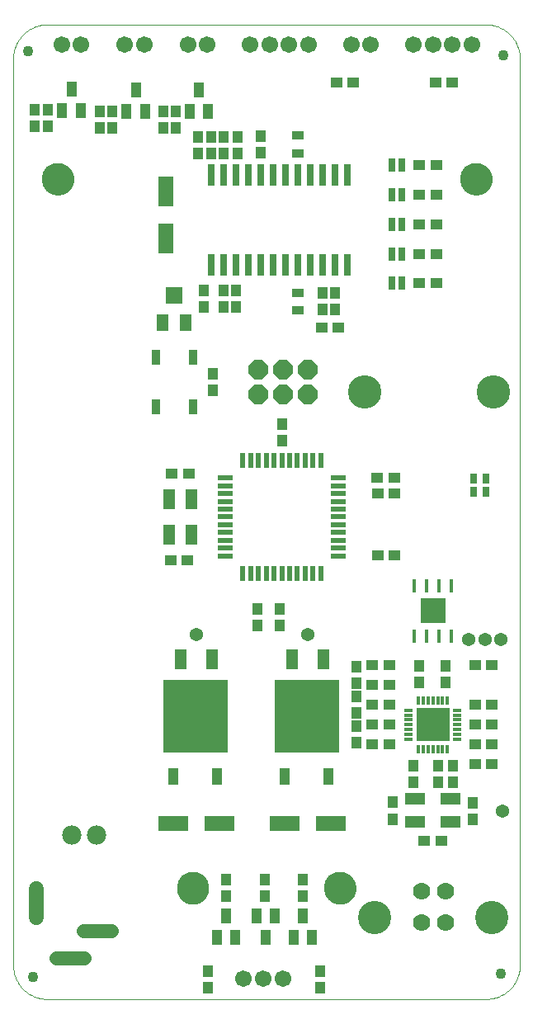
<source format=gts>
G75*
%MOIN*%
%OFA0B0*%
%FSLAX25Y25*%
%IPPOS*%
%LPD*%
%AMOC8*
5,1,8,0,0,1.08239X$1,22.5*
%
%ADD10C,0.00394*%
%ADD11C,0.00000*%
%ADD12C,0.12998*%
%ADD13R,0.04731X0.04337*%
%ADD14R,0.04337X0.04731*%
%ADD15R,0.05124X0.08274*%
%ADD16R,0.12211X0.05912*%
%ADD17C,0.07000*%
%ADD18C,0.13400*%
%ADD19C,0.06699*%
%ADD20R,0.01581X0.05321*%
%ADD21R,0.10243X0.10243*%
%ADD22R,0.03156X0.03943*%
%ADD23R,0.03400X0.06400*%
%ADD24C,0.05400*%
%ADD25C,0.05912*%
%ADD26C,0.05550*%
%ADD27R,0.03200X0.01600*%
%ADD28R,0.01600X0.03200*%
%ADD29R,0.13600X0.13600*%
%ADD30R,0.04100X0.07100*%
%ADD31R,0.26400X0.29200*%
%ADD32R,0.07880X0.04731*%
%ADD33R,0.04731X0.07880*%
%ADD34R,0.02762X0.09061*%
%ADD35R,0.05124X0.03550*%
%ADD36R,0.04700X0.06700*%
%ADD37R,0.06700X0.06700*%
%ADD38R,0.02900X0.05400*%
%ADD39R,0.04337X0.05912*%
%ADD40R,0.05912X0.12211*%
%ADD41OC8,0.07800*%
%ADD42C,0.13500*%
%ADD43R,0.02369X0.06306*%
%ADD44R,0.06306X0.02369*%
%ADD45C,0.07800*%
%ADD46C,0.04337*%
D10*
X0008956Y0012414D02*
X0008781Y0012826D01*
X0008606Y0013238D01*
X0008450Y0013660D01*
X0008181Y0014521D01*
X0008067Y0014961D01*
X0007975Y0015408D01*
X0007882Y0015856D01*
X0007812Y0016311D01*
X0007765Y0016773D01*
X0007718Y0017234D01*
X0007693Y0017703D01*
X0007693Y0384792D01*
X0007718Y0385260D01*
X0007812Y0386183D01*
X0007882Y0386639D01*
X0007975Y0387086D01*
X0008067Y0387533D01*
X0008181Y0387973D01*
X0008316Y0388404D01*
X0008450Y0388835D01*
X0008606Y0389257D01*
X0008781Y0389668D01*
X0008956Y0390080D01*
X0009150Y0390482D01*
X0009363Y0390872D01*
X0009576Y0391263D01*
X0009807Y0391642D01*
X0010055Y0392008D01*
X0010303Y0392375D01*
X0010569Y0392729D01*
X0010850Y0393070D01*
X0011131Y0393411D01*
X0011429Y0393738D01*
X0011741Y0394050D01*
X0012053Y0394362D01*
X0012380Y0394659D01*
X0012721Y0394941D01*
X0013061Y0395222D01*
X0013416Y0395488D01*
X0013782Y0395736D01*
X0014149Y0395984D01*
X0014528Y0396215D01*
X0014919Y0396428D01*
X0015309Y0396641D01*
X0015711Y0396835D01*
X0016122Y0397010D01*
X0016534Y0397185D01*
X0016956Y0397341D01*
X0017387Y0397475D01*
X0017818Y0397610D01*
X0018257Y0397724D01*
X0019152Y0397908D01*
X0019607Y0397979D01*
X0020069Y0398026D01*
X0020531Y0398073D01*
X0020999Y0398098D01*
X0199112Y0398098D01*
X0199580Y0398073D01*
X0200042Y0398026D01*
X0200504Y0397979D01*
X0200959Y0397908D01*
X0201854Y0397724D01*
X0202293Y0397610D01*
X0202724Y0397475D01*
X0203155Y0397341D01*
X0203577Y0397185D01*
X0203989Y0397010D01*
X0204400Y0396835D01*
X0204802Y0396641D01*
X0205192Y0396428D01*
X0205583Y0396215D01*
X0205962Y0395984D01*
X0206695Y0395488D01*
X0207050Y0395222D01*
X0207731Y0394659D01*
X0208058Y0394362D01*
X0208682Y0393738D01*
X0208980Y0393411D01*
X0209261Y0393070D01*
X0209542Y0392729D01*
X0209808Y0392375D01*
X0210056Y0392008D01*
X0210304Y0391642D01*
X0210535Y0391263D01*
X0210748Y0390872D01*
X0210961Y0390482D01*
X0211155Y0390080D01*
X0211330Y0389668D01*
X0211505Y0389257D01*
X0211661Y0388835D01*
X0211796Y0388404D01*
X0211930Y0387973D01*
X0212044Y0387533D01*
X0212136Y0387086D01*
X0212229Y0386639D01*
X0212299Y0386183D01*
X0212393Y0385260D01*
X0212418Y0384792D01*
X0212418Y0017676D01*
X0212418Y0017703D02*
X0212393Y0017234D01*
X0212346Y0016773D01*
X0212299Y0016311D01*
X0212229Y0015856D01*
X0212136Y0015408D01*
X0212044Y0014961D01*
X0211930Y0014521D01*
X0211796Y0014090D01*
X0211661Y0013660D01*
X0211505Y0013238D01*
X0211330Y0012826D01*
X0211155Y0012414D01*
X0210961Y0012013D01*
X0210748Y0011622D01*
X0210535Y0011232D01*
X0210304Y0010853D01*
X0210056Y0010486D01*
X0209808Y0010119D01*
X0209542Y0009765D01*
X0209261Y0009424D01*
X0208980Y0009084D01*
X0208682Y0008757D01*
X0208058Y0008132D01*
X0207731Y0007835D01*
X0207390Y0007554D01*
X0207050Y0007272D01*
X0206695Y0007007D01*
X0206329Y0006758D01*
X0205962Y0006510D01*
X0205583Y0006279D01*
X0205192Y0006066D01*
X0204802Y0005853D01*
X0204400Y0005659D01*
X0203989Y0005484D01*
X0203577Y0005309D01*
X0203155Y0005154D01*
X0202724Y0005019D01*
X0202293Y0004884D01*
X0201854Y0004770D01*
X0200959Y0004586D01*
X0200504Y0004516D01*
X0200042Y0004468D01*
X0199580Y0004421D01*
X0199112Y0004397D01*
X0020999Y0004397D01*
X0020531Y0004421D01*
X0020069Y0004468D01*
X0019607Y0004516D01*
X0019152Y0004586D01*
X0018257Y0004770D01*
X0017818Y0004884D01*
X0017387Y0005019D01*
X0016956Y0005154D01*
X0016534Y0005309D01*
X0016122Y0005484D01*
X0015711Y0005659D01*
X0015309Y0005853D01*
X0014919Y0006066D01*
X0014528Y0006279D01*
X0014149Y0006510D01*
X0013782Y0006758D01*
X0013416Y0007007D01*
X0013061Y0007272D01*
X0012721Y0007554D01*
X0012380Y0007835D01*
X0012053Y0008132D01*
X0011741Y0008445D01*
X0011429Y0008757D01*
X0011131Y0009084D01*
X0010850Y0009424D01*
X0010569Y0009765D01*
X0010303Y0010119D01*
X0010055Y0010486D01*
X0009807Y0010853D01*
X0009576Y0011232D01*
X0009363Y0011622D01*
X0009150Y0012013D01*
X0008956Y0012414D01*
D11*
X0073901Y0049200D02*
X0073903Y0049358D01*
X0073909Y0049516D01*
X0073919Y0049674D01*
X0073933Y0049832D01*
X0073951Y0049989D01*
X0073972Y0050146D01*
X0073998Y0050302D01*
X0074028Y0050458D01*
X0074061Y0050613D01*
X0074099Y0050766D01*
X0074140Y0050919D01*
X0074185Y0051071D01*
X0074234Y0051222D01*
X0074287Y0051371D01*
X0074343Y0051519D01*
X0074403Y0051665D01*
X0074467Y0051810D01*
X0074535Y0051953D01*
X0074606Y0052095D01*
X0074680Y0052235D01*
X0074758Y0052372D01*
X0074840Y0052508D01*
X0074924Y0052642D01*
X0075013Y0052773D01*
X0075104Y0052902D01*
X0075199Y0053029D01*
X0075296Y0053154D01*
X0075397Y0053276D01*
X0075501Y0053395D01*
X0075608Y0053512D01*
X0075718Y0053626D01*
X0075831Y0053737D01*
X0075946Y0053846D01*
X0076064Y0053951D01*
X0076185Y0054053D01*
X0076308Y0054153D01*
X0076434Y0054249D01*
X0076562Y0054342D01*
X0076692Y0054432D01*
X0076825Y0054518D01*
X0076960Y0054602D01*
X0077096Y0054681D01*
X0077235Y0054758D01*
X0077376Y0054830D01*
X0077518Y0054900D01*
X0077662Y0054965D01*
X0077808Y0055027D01*
X0077955Y0055085D01*
X0078104Y0055140D01*
X0078254Y0055191D01*
X0078405Y0055238D01*
X0078557Y0055281D01*
X0078710Y0055320D01*
X0078865Y0055356D01*
X0079020Y0055387D01*
X0079176Y0055415D01*
X0079332Y0055439D01*
X0079489Y0055459D01*
X0079647Y0055475D01*
X0079804Y0055487D01*
X0079963Y0055495D01*
X0080121Y0055499D01*
X0080279Y0055499D01*
X0080437Y0055495D01*
X0080596Y0055487D01*
X0080753Y0055475D01*
X0080911Y0055459D01*
X0081068Y0055439D01*
X0081224Y0055415D01*
X0081380Y0055387D01*
X0081535Y0055356D01*
X0081690Y0055320D01*
X0081843Y0055281D01*
X0081995Y0055238D01*
X0082146Y0055191D01*
X0082296Y0055140D01*
X0082445Y0055085D01*
X0082592Y0055027D01*
X0082738Y0054965D01*
X0082882Y0054900D01*
X0083024Y0054830D01*
X0083165Y0054758D01*
X0083304Y0054681D01*
X0083440Y0054602D01*
X0083575Y0054518D01*
X0083708Y0054432D01*
X0083838Y0054342D01*
X0083966Y0054249D01*
X0084092Y0054153D01*
X0084215Y0054053D01*
X0084336Y0053951D01*
X0084454Y0053846D01*
X0084569Y0053737D01*
X0084682Y0053626D01*
X0084792Y0053512D01*
X0084899Y0053395D01*
X0085003Y0053276D01*
X0085104Y0053154D01*
X0085201Y0053029D01*
X0085296Y0052902D01*
X0085387Y0052773D01*
X0085476Y0052642D01*
X0085560Y0052508D01*
X0085642Y0052372D01*
X0085720Y0052235D01*
X0085794Y0052095D01*
X0085865Y0051953D01*
X0085933Y0051810D01*
X0085997Y0051665D01*
X0086057Y0051519D01*
X0086113Y0051371D01*
X0086166Y0051222D01*
X0086215Y0051071D01*
X0086260Y0050919D01*
X0086301Y0050766D01*
X0086339Y0050613D01*
X0086372Y0050458D01*
X0086402Y0050302D01*
X0086428Y0050146D01*
X0086449Y0049989D01*
X0086467Y0049832D01*
X0086481Y0049674D01*
X0086491Y0049516D01*
X0086497Y0049358D01*
X0086499Y0049200D01*
X0086497Y0049042D01*
X0086491Y0048884D01*
X0086481Y0048726D01*
X0086467Y0048568D01*
X0086449Y0048411D01*
X0086428Y0048254D01*
X0086402Y0048098D01*
X0086372Y0047942D01*
X0086339Y0047787D01*
X0086301Y0047634D01*
X0086260Y0047481D01*
X0086215Y0047329D01*
X0086166Y0047178D01*
X0086113Y0047029D01*
X0086057Y0046881D01*
X0085997Y0046735D01*
X0085933Y0046590D01*
X0085865Y0046447D01*
X0085794Y0046305D01*
X0085720Y0046165D01*
X0085642Y0046028D01*
X0085560Y0045892D01*
X0085476Y0045758D01*
X0085387Y0045627D01*
X0085296Y0045498D01*
X0085201Y0045371D01*
X0085104Y0045246D01*
X0085003Y0045124D01*
X0084899Y0045005D01*
X0084792Y0044888D01*
X0084682Y0044774D01*
X0084569Y0044663D01*
X0084454Y0044554D01*
X0084336Y0044449D01*
X0084215Y0044347D01*
X0084092Y0044247D01*
X0083966Y0044151D01*
X0083838Y0044058D01*
X0083708Y0043968D01*
X0083575Y0043882D01*
X0083440Y0043798D01*
X0083304Y0043719D01*
X0083165Y0043642D01*
X0083024Y0043570D01*
X0082882Y0043500D01*
X0082738Y0043435D01*
X0082592Y0043373D01*
X0082445Y0043315D01*
X0082296Y0043260D01*
X0082146Y0043209D01*
X0081995Y0043162D01*
X0081843Y0043119D01*
X0081690Y0043080D01*
X0081535Y0043044D01*
X0081380Y0043013D01*
X0081224Y0042985D01*
X0081068Y0042961D01*
X0080911Y0042941D01*
X0080753Y0042925D01*
X0080596Y0042913D01*
X0080437Y0042905D01*
X0080279Y0042901D01*
X0080121Y0042901D01*
X0079963Y0042905D01*
X0079804Y0042913D01*
X0079647Y0042925D01*
X0079489Y0042941D01*
X0079332Y0042961D01*
X0079176Y0042985D01*
X0079020Y0043013D01*
X0078865Y0043044D01*
X0078710Y0043080D01*
X0078557Y0043119D01*
X0078405Y0043162D01*
X0078254Y0043209D01*
X0078104Y0043260D01*
X0077955Y0043315D01*
X0077808Y0043373D01*
X0077662Y0043435D01*
X0077518Y0043500D01*
X0077376Y0043570D01*
X0077235Y0043642D01*
X0077096Y0043719D01*
X0076960Y0043798D01*
X0076825Y0043882D01*
X0076692Y0043968D01*
X0076562Y0044058D01*
X0076434Y0044151D01*
X0076308Y0044247D01*
X0076185Y0044347D01*
X0076064Y0044449D01*
X0075946Y0044554D01*
X0075831Y0044663D01*
X0075718Y0044774D01*
X0075608Y0044888D01*
X0075501Y0045005D01*
X0075397Y0045124D01*
X0075296Y0045246D01*
X0075199Y0045371D01*
X0075104Y0045498D01*
X0075013Y0045627D01*
X0074924Y0045758D01*
X0074840Y0045892D01*
X0074758Y0046028D01*
X0074680Y0046165D01*
X0074606Y0046305D01*
X0074535Y0046447D01*
X0074467Y0046590D01*
X0074403Y0046735D01*
X0074343Y0046881D01*
X0074287Y0047029D01*
X0074234Y0047178D01*
X0074185Y0047329D01*
X0074140Y0047481D01*
X0074099Y0047634D01*
X0074061Y0047787D01*
X0074028Y0047942D01*
X0073998Y0048098D01*
X0073972Y0048254D01*
X0073951Y0048411D01*
X0073933Y0048568D01*
X0073919Y0048726D01*
X0073909Y0048884D01*
X0073903Y0049042D01*
X0073901Y0049200D01*
X0133401Y0049200D02*
X0133403Y0049358D01*
X0133409Y0049516D01*
X0133419Y0049674D01*
X0133433Y0049832D01*
X0133451Y0049989D01*
X0133472Y0050146D01*
X0133498Y0050302D01*
X0133528Y0050458D01*
X0133561Y0050613D01*
X0133599Y0050766D01*
X0133640Y0050919D01*
X0133685Y0051071D01*
X0133734Y0051222D01*
X0133787Y0051371D01*
X0133843Y0051519D01*
X0133903Y0051665D01*
X0133967Y0051810D01*
X0134035Y0051953D01*
X0134106Y0052095D01*
X0134180Y0052235D01*
X0134258Y0052372D01*
X0134340Y0052508D01*
X0134424Y0052642D01*
X0134513Y0052773D01*
X0134604Y0052902D01*
X0134699Y0053029D01*
X0134796Y0053154D01*
X0134897Y0053276D01*
X0135001Y0053395D01*
X0135108Y0053512D01*
X0135218Y0053626D01*
X0135331Y0053737D01*
X0135446Y0053846D01*
X0135564Y0053951D01*
X0135685Y0054053D01*
X0135808Y0054153D01*
X0135934Y0054249D01*
X0136062Y0054342D01*
X0136192Y0054432D01*
X0136325Y0054518D01*
X0136460Y0054602D01*
X0136596Y0054681D01*
X0136735Y0054758D01*
X0136876Y0054830D01*
X0137018Y0054900D01*
X0137162Y0054965D01*
X0137308Y0055027D01*
X0137455Y0055085D01*
X0137604Y0055140D01*
X0137754Y0055191D01*
X0137905Y0055238D01*
X0138057Y0055281D01*
X0138210Y0055320D01*
X0138365Y0055356D01*
X0138520Y0055387D01*
X0138676Y0055415D01*
X0138832Y0055439D01*
X0138989Y0055459D01*
X0139147Y0055475D01*
X0139304Y0055487D01*
X0139463Y0055495D01*
X0139621Y0055499D01*
X0139779Y0055499D01*
X0139937Y0055495D01*
X0140096Y0055487D01*
X0140253Y0055475D01*
X0140411Y0055459D01*
X0140568Y0055439D01*
X0140724Y0055415D01*
X0140880Y0055387D01*
X0141035Y0055356D01*
X0141190Y0055320D01*
X0141343Y0055281D01*
X0141495Y0055238D01*
X0141646Y0055191D01*
X0141796Y0055140D01*
X0141945Y0055085D01*
X0142092Y0055027D01*
X0142238Y0054965D01*
X0142382Y0054900D01*
X0142524Y0054830D01*
X0142665Y0054758D01*
X0142804Y0054681D01*
X0142940Y0054602D01*
X0143075Y0054518D01*
X0143208Y0054432D01*
X0143338Y0054342D01*
X0143466Y0054249D01*
X0143592Y0054153D01*
X0143715Y0054053D01*
X0143836Y0053951D01*
X0143954Y0053846D01*
X0144069Y0053737D01*
X0144182Y0053626D01*
X0144292Y0053512D01*
X0144399Y0053395D01*
X0144503Y0053276D01*
X0144604Y0053154D01*
X0144701Y0053029D01*
X0144796Y0052902D01*
X0144887Y0052773D01*
X0144976Y0052642D01*
X0145060Y0052508D01*
X0145142Y0052372D01*
X0145220Y0052235D01*
X0145294Y0052095D01*
X0145365Y0051953D01*
X0145433Y0051810D01*
X0145497Y0051665D01*
X0145557Y0051519D01*
X0145613Y0051371D01*
X0145666Y0051222D01*
X0145715Y0051071D01*
X0145760Y0050919D01*
X0145801Y0050766D01*
X0145839Y0050613D01*
X0145872Y0050458D01*
X0145902Y0050302D01*
X0145928Y0050146D01*
X0145949Y0049989D01*
X0145967Y0049832D01*
X0145981Y0049674D01*
X0145991Y0049516D01*
X0145997Y0049358D01*
X0145999Y0049200D01*
X0145997Y0049042D01*
X0145991Y0048884D01*
X0145981Y0048726D01*
X0145967Y0048568D01*
X0145949Y0048411D01*
X0145928Y0048254D01*
X0145902Y0048098D01*
X0145872Y0047942D01*
X0145839Y0047787D01*
X0145801Y0047634D01*
X0145760Y0047481D01*
X0145715Y0047329D01*
X0145666Y0047178D01*
X0145613Y0047029D01*
X0145557Y0046881D01*
X0145497Y0046735D01*
X0145433Y0046590D01*
X0145365Y0046447D01*
X0145294Y0046305D01*
X0145220Y0046165D01*
X0145142Y0046028D01*
X0145060Y0045892D01*
X0144976Y0045758D01*
X0144887Y0045627D01*
X0144796Y0045498D01*
X0144701Y0045371D01*
X0144604Y0045246D01*
X0144503Y0045124D01*
X0144399Y0045005D01*
X0144292Y0044888D01*
X0144182Y0044774D01*
X0144069Y0044663D01*
X0143954Y0044554D01*
X0143836Y0044449D01*
X0143715Y0044347D01*
X0143592Y0044247D01*
X0143466Y0044151D01*
X0143338Y0044058D01*
X0143208Y0043968D01*
X0143075Y0043882D01*
X0142940Y0043798D01*
X0142804Y0043719D01*
X0142665Y0043642D01*
X0142524Y0043570D01*
X0142382Y0043500D01*
X0142238Y0043435D01*
X0142092Y0043373D01*
X0141945Y0043315D01*
X0141796Y0043260D01*
X0141646Y0043209D01*
X0141495Y0043162D01*
X0141343Y0043119D01*
X0141190Y0043080D01*
X0141035Y0043044D01*
X0140880Y0043013D01*
X0140724Y0042985D01*
X0140568Y0042961D01*
X0140411Y0042941D01*
X0140253Y0042925D01*
X0140096Y0042913D01*
X0139937Y0042905D01*
X0139779Y0042901D01*
X0139621Y0042901D01*
X0139463Y0042905D01*
X0139304Y0042913D01*
X0139147Y0042925D01*
X0138989Y0042941D01*
X0138832Y0042961D01*
X0138676Y0042985D01*
X0138520Y0043013D01*
X0138365Y0043044D01*
X0138210Y0043080D01*
X0138057Y0043119D01*
X0137905Y0043162D01*
X0137754Y0043209D01*
X0137604Y0043260D01*
X0137455Y0043315D01*
X0137308Y0043373D01*
X0137162Y0043435D01*
X0137018Y0043500D01*
X0136876Y0043570D01*
X0136735Y0043642D01*
X0136596Y0043719D01*
X0136460Y0043798D01*
X0136325Y0043882D01*
X0136192Y0043968D01*
X0136062Y0044058D01*
X0135934Y0044151D01*
X0135808Y0044247D01*
X0135685Y0044347D01*
X0135564Y0044449D01*
X0135446Y0044554D01*
X0135331Y0044663D01*
X0135218Y0044774D01*
X0135108Y0044888D01*
X0135001Y0045005D01*
X0134897Y0045124D01*
X0134796Y0045246D01*
X0134699Y0045371D01*
X0134604Y0045498D01*
X0134513Y0045627D01*
X0134424Y0045758D01*
X0134340Y0045892D01*
X0134258Y0046028D01*
X0134180Y0046165D01*
X0134106Y0046305D01*
X0134035Y0046447D01*
X0133967Y0046590D01*
X0133903Y0046735D01*
X0133843Y0046881D01*
X0133787Y0047029D01*
X0133734Y0047178D01*
X0133685Y0047329D01*
X0133640Y0047481D01*
X0133599Y0047634D01*
X0133561Y0047787D01*
X0133528Y0047942D01*
X0133498Y0048098D01*
X0133472Y0048254D01*
X0133451Y0048411D01*
X0133433Y0048568D01*
X0133419Y0048726D01*
X0133409Y0048884D01*
X0133403Y0049042D01*
X0133401Y0049200D01*
X0188401Y0335700D02*
X0188403Y0335858D01*
X0188409Y0336016D01*
X0188419Y0336174D01*
X0188433Y0336332D01*
X0188451Y0336489D01*
X0188472Y0336646D01*
X0188498Y0336802D01*
X0188528Y0336958D01*
X0188561Y0337113D01*
X0188599Y0337266D01*
X0188640Y0337419D01*
X0188685Y0337571D01*
X0188734Y0337722D01*
X0188787Y0337871D01*
X0188843Y0338019D01*
X0188903Y0338165D01*
X0188967Y0338310D01*
X0189035Y0338453D01*
X0189106Y0338595D01*
X0189180Y0338735D01*
X0189258Y0338872D01*
X0189340Y0339008D01*
X0189424Y0339142D01*
X0189513Y0339273D01*
X0189604Y0339402D01*
X0189699Y0339529D01*
X0189796Y0339654D01*
X0189897Y0339776D01*
X0190001Y0339895D01*
X0190108Y0340012D01*
X0190218Y0340126D01*
X0190331Y0340237D01*
X0190446Y0340346D01*
X0190564Y0340451D01*
X0190685Y0340553D01*
X0190808Y0340653D01*
X0190934Y0340749D01*
X0191062Y0340842D01*
X0191192Y0340932D01*
X0191325Y0341018D01*
X0191460Y0341102D01*
X0191596Y0341181D01*
X0191735Y0341258D01*
X0191876Y0341330D01*
X0192018Y0341400D01*
X0192162Y0341465D01*
X0192308Y0341527D01*
X0192455Y0341585D01*
X0192604Y0341640D01*
X0192754Y0341691D01*
X0192905Y0341738D01*
X0193057Y0341781D01*
X0193210Y0341820D01*
X0193365Y0341856D01*
X0193520Y0341887D01*
X0193676Y0341915D01*
X0193832Y0341939D01*
X0193989Y0341959D01*
X0194147Y0341975D01*
X0194304Y0341987D01*
X0194463Y0341995D01*
X0194621Y0341999D01*
X0194779Y0341999D01*
X0194937Y0341995D01*
X0195096Y0341987D01*
X0195253Y0341975D01*
X0195411Y0341959D01*
X0195568Y0341939D01*
X0195724Y0341915D01*
X0195880Y0341887D01*
X0196035Y0341856D01*
X0196190Y0341820D01*
X0196343Y0341781D01*
X0196495Y0341738D01*
X0196646Y0341691D01*
X0196796Y0341640D01*
X0196945Y0341585D01*
X0197092Y0341527D01*
X0197238Y0341465D01*
X0197382Y0341400D01*
X0197524Y0341330D01*
X0197665Y0341258D01*
X0197804Y0341181D01*
X0197940Y0341102D01*
X0198075Y0341018D01*
X0198208Y0340932D01*
X0198338Y0340842D01*
X0198466Y0340749D01*
X0198592Y0340653D01*
X0198715Y0340553D01*
X0198836Y0340451D01*
X0198954Y0340346D01*
X0199069Y0340237D01*
X0199182Y0340126D01*
X0199292Y0340012D01*
X0199399Y0339895D01*
X0199503Y0339776D01*
X0199604Y0339654D01*
X0199701Y0339529D01*
X0199796Y0339402D01*
X0199887Y0339273D01*
X0199976Y0339142D01*
X0200060Y0339008D01*
X0200142Y0338872D01*
X0200220Y0338735D01*
X0200294Y0338595D01*
X0200365Y0338453D01*
X0200433Y0338310D01*
X0200497Y0338165D01*
X0200557Y0338019D01*
X0200613Y0337871D01*
X0200666Y0337722D01*
X0200715Y0337571D01*
X0200760Y0337419D01*
X0200801Y0337266D01*
X0200839Y0337113D01*
X0200872Y0336958D01*
X0200902Y0336802D01*
X0200928Y0336646D01*
X0200949Y0336489D01*
X0200967Y0336332D01*
X0200981Y0336174D01*
X0200991Y0336016D01*
X0200997Y0335858D01*
X0200999Y0335700D01*
X0200997Y0335542D01*
X0200991Y0335384D01*
X0200981Y0335226D01*
X0200967Y0335068D01*
X0200949Y0334911D01*
X0200928Y0334754D01*
X0200902Y0334598D01*
X0200872Y0334442D01*
X0200839Y0334287D01*
X0200801Y0334134D01*
X0200760Y0333981D01*
X0200715Y0333829D01*
X0200666Y0333678D01*
X0200613Y0333529D01*
X0200557Y0333381D01*
X0200497Y0333235D01*
X0200433Y0333090D01*
X0200365Y0332947D01*
X0200294Y0332805D01*
X0200220Y0332665D01*
X0200142Y0332528D01*
X0200060Y0332392D01*
X0199976Y0332258D01*
X0199887Y0332127D01*
X0199796Y0331998D01*
X0199701Y0331871D01*
X0199604Y0331746D01*
X0199503Y0331624D01*
X0199399Y0331505D01*
X0199292Y0331388D01*
X0199182Y0331274D01*
X0199069Y0331163D01*
X0198954Y0331054D01*
X0198836Y0330949D01*
X0198715Y0330847D01*
X0198592Y0330747D01*
X0198466Y0330651D01*
X0198338Y0330558D01*
X0198208Y0330468D01*
X0198075Y0330382D01*
X0197940Y0330298D01*
X0197804Y0330219D01*
X0197665Y0330142D01*
X0197524Y0330070D01*
X0197382Y0330000D01*
X0197238Y0329935D01*
X0197092Y0329873D01*
X0196945Y0329815D01*
X0196796Y0329760D01*
X0196646Y0329709D01*
X0196495Y0329662D01*
X0196343Y0329619D01*
X0196190Y0329580D01*
X0196035Y0329544D01*
X0195880Y0329513D01*
X0195724Y0329485D01*
X0195568Y0329461D01*
X0195411Y0329441D01*
X0195253Y0329425D01*
X0195096Y0329413D01*
X0194937Y0329405D01*
X0194779Y0329401D01*
X0194621Y0329401D01*
X0194463Y0329405D01*
X0194304Y0329413D01*
X0194147Y0329425D01*
X0193989Y0329441D01*
X0193832Y0329461D01*
X0193676Y0329485D01*
X0193520Y0329513D01*
X0193365Y0329544D01*
X0193210Y0329580D01*
X0193057Y0329619D01*
X0192905Y0329662D01*
X0192754Y0329709D01*
X0192604Y0329760D01*
X0192455Y0329815D01*
X0192308Y0329873D01*
X0192162Y0329935D01*
X0192018Y0330000D01*
X0191876Y0330070D01*
X0191735Y0330142D01*
X0191596Y0330219D01*
X0191460Y0330298D01*
X0191325Y0330382D01*
X0191192Y0330468D01*
X0191062Y0330558D01*
X0190934Y0330651D01*
X0190808Y0330747D01*
X0190685Y0330847D01*
X0190564Y0330949D01*
X0190446Y0331054D01*
X0190331Y0331163D01*
X0190218Y0331274D01*
X0190108Y0331388D01*
X0190001Y0331505D01*
X0189897Y0331624D01*
X0189796Y0331746D01*
X0189699Y0331871D01*
X0189604Y0331998D01*
X0189513Y0332127D01*
X0189424Y0332258D01*
X0189340Y0332392D01*
X0189258Y0332528D01*
X0189180Y0332665D01*
X0189106Y0332805D01*
X0189035Y0332947D01*
X0188967Y0333090D01*
X0188903Y0333235D01*
X0188843Y0333381D01*
X0188787Y0333529D01*
X0188734Y0333678D01*
X0188685Y0333829D01*
X0188640Y0333981D01*
X0188599Y0334134D01*
X0188561Y0334287D01*
X0188528Y0334442D01*
X0188498Y0334598D01*
X0188472Y0334754D01*
X0188451Y0334911D01*
X0188433Y0335068D01*
X0188419Y0335226D01*
X0188409Y0335384D01*
X0188403Y0335542D01*
X0188401Y0335700D01*
X0019401Y0335700D02*
X0019403Y0335858D01*
X0019409Y0336016D01*
X0019419Y0336174D01*
X0019433Y0336332D01*
X0019451Y0336489D01*
X0019472Y0336646D01*
X0019498Y0336802D01*
X0019528Y0336958D01*
X0019561Y0337113D01*
X0019599Y0337266D01*
X0019640Y0337419D01*
X0019685Y0337571D01*
X0019734Y0337722D01*
X0019787Y0337871D01*
X0019843Y0338019D01*
X0019903Y0338165D01*
X0019967Y0338310D01*
X0020035Y0338453D01*
X0020106Y0338595D01*
X0020180Y0338735D01*
X0020258Y0338872D01*
X0020340Y0339008D01*
X0020424Y0339142D01*
X0020513Y0339273D01*
X0020604Y0339402D01*
X0020699Y0339529D01*
X0020796Y0339654D01*
X0020897Y0339776D01*
X0021001Y0339895D01*
X0021108Y0340012D01*
X0021218Y0340126D01*
X0021331Y0340237D01*
X0021446Y0340346D01*
X0021564Y0340451D01*
X0021685Y0340553D01*
X0021808Y0340653D01*
X0021934Y0340749D01*
X0022062Y0340842D01*
X0022192Y0340932D01*
X0022325Y0341018D01*
X0022460Y0341102D01*
X0022596Y0341181D01*
X0022735Y0341258D01*
X0022876Y0341330D01*
X0023018Y0341400D01*
X0023162Y0341465D01*
X0023308Y0341527D01*
X0023455Y0341585D01*
X0023604Y0341640D01*
X0023754Y0341691D01*
X0023905Y0341738D01*
X0024057Y0341781D01*
X0024210Y0341820D01*
X0024365Y0341856D01*
X0024520Y0341887D01*
X0024676Y0341915D01*
X0024832Y0341939D01*
X0024989Y0341959D01*
X0025147Y0341975D01*
X0025304Y0341987D01*
X0025463Y0341995D01*
X0025621Y0341999D01*
X0025779Y0341999D01*
X0025937Y0341995D01*
X0026096Y0341987D01*
X0026253Y0341975D01*
X0026411Y0341959D01*
X0026568Y0341939D01*
X0026724Y0341915D01*
X0026880Y0341887D01*
X0027035Y0341856D01*
X0027190Y0341820D01*
X0027343Y0341781D01*
X0027495Y0341738D01*
X0027646Y0341691D01*
X0027796Y0341640D01*
X0027945Y0341585D01*
X0028092Y0341527D01*
X0028238Y0341465D01*
X0028382Y0341400D01*
X0028524Y0341330D01*
X0028665Y0341258D01*
X0028804Y0341181D01*
X0028940Y0341102D01*
X0029075Y0341018D01*
X0029208Y0340932D01*
X0029338Y0340842D01*
X0029466Y0340749D01*
X0029592Y0340653D01*
X0029715Y0340553D01*
X0029836Y0340451D01*
X0029954Y0340346D01*
X0030069Y0340237D01*
X0030182Y0340126D01*
X0030292Y0340012D01*
X0030399Y0339895D01*
X0030503Y0339776D01*
X0030604Y0339654D01*
X0030701Y0339529D01*
X0030796Y0339402D01*
X0030887Y0339273D01*
X0030976Y0339142D01*
X0031060Y0339008D01*
X0031142Y0338872D01*
X0031220Y0338735D01*
X0031294Y0338595D01*
X0031365Y0338453D01*
X0031433Y0338310D01*
X0031497Y0338165D01*
X0031557Y0338019D01*
X0031613Y0337871D01*
X0031666Y0337722D01*
X0031715Y0337571D01*
X0031760Y0337419D01*
X0031801Y0337266D01*
X0031839Y0337113D01*
X0031872Y0336958D01*
X0031902Y0336802D01*
X0031928Y0336646D01*
X0031949Y0336489D01*
X0031967Y0336332D01*
X0031981Y0336174D01*
X0031991Y0336016D01*
X0031997Y0335858D01*
X0031999Y0335700D01*
X0031997Y0335542D01*
X0031991Y0335384D01*
X0031981Y0335226D01*
X0031967Y0335068D01*
X0031949Y0334911D01*
X0031928Y0334754D01*
X0031902Y0334598D01*
X0031872Y0334442D01*
X0031839Y0334287D01*
X0031801Y0334134D01*
X0031760Y0333981D01*
X0031715Y0333829D01*
X0031666Y0333678D01*
X0031613Y0333529D01*
X0031557Y0333381D01*
X0031497Y0333235D01*
X0031433Y0333090D01*
X0031365Y0332947D01*
X0031294Y0332805D01*
X0031220Y0332665D01*
X0031142Y0332528D01*
X0031060Y0332392D01*
X0030976Y0332258D01*
X0030887Y0332127D01*
X0030796Y0331998D01*
X0030701Y0331871D01*
X0030604Y0331746D01*
X0030503Y0331624D01*
X0030399Y0331505D01*
X0030292Y0331388D01*
X0030182Y0331274D01*
X0030069Y0331163D01*
X0029954Y0331054D01*
X0029836Y0330949D01*
X0029715Y0330847D01*
X0029592Y0330747D01*
X0029466Y0330651D01*
X0029338Y0330558D01*
X0029208Y0330468D01*
X0029075Y0330382D01*
X0028940Y0330298D01*
X0028804Y0330219D01*
X0028665Y0330142D01*
X0028524Y0330070D01*
X0028382Y0330000D01*
X0028238Y0329935D01*
X0028092Y0329873D01*
X0027945Y0329815D01*
X0027796Y0329760D01*
X0027646Y0329709D01*
X0027495Y0329662D01*
X0027343Y0329619D01*
X0027190Y0329580D01*
X0027035Y0329544D01*
X0026880Y0329513D01*
X0026724Y0329485D01*
X0026568Y0329461D01*
X0026411Y0329441D01*
X0026253Y0329425D01*
X0026096Y0329413D01*
X0025937Y0329405D01*
X0025779Y0329401D01*
X0025621Y0329401D01*
X0025463Y0329405D01*
X0025304Y0329413D01*
X0025147Y0329425D01*
X0024989Y0329441D01*
X0024832Y0329461D01*
X0024676Y0329485D01*
X0024520Y0329513D01*
X0024365Y0329544D01*
X0024210Y0329580D01*
X0024057Y0329619D01*
X0023905Y0329662D01*
X0023754Y0329709D01*
X0023604Y0329760D01*
X0023455Y0329815D01*
X0023308Y0329873D01*
X0023162Y0329935D01*
X0023018Y0330000D01*
X0022876Y0330070D01*
X0022735Y0330142D01*
X0022596Y0330219D01*
X0022460Y0330298D01*
X0022325Y0330382D01*
X0022192Y0330468D01*
X0022062Y0330558D01*
X0021934Y0330651D01*
X0021808Y0330747D01*
X0021685Y0330847D01*
X0021564Y0330949D01*
X0021446Y0331054D01*
X0021331Y0331163D01*
X0021218Y0331274D01*
X0021108Y0331388D01*
X0021001Y0331505D01*
X0020897Y0331624D01*
X0020796Y0331746D01*
X0020699Y0331871D01*
X0020604Y0331998D01*
X0020513Y0332127D01*
X0020424Y0332258D01*
X0020340Y0332392D01*
X0020258Y0332528D01*
X0020180Y0332665D01*
X0020106Y0332805D01*
X0020035Y0332947D01*
X0019967Y0333090D01*
X0019903Y0333235D01*
X0019843Y0333381D01*
X0019787Y0333529D01*
X0019734Y0333678D01*
X0019685Y0333829D01*
X0019640Y0333981D01*
X0019599Y0334134D01*
X0019561Y0334287D01*
X0019528Y0334442D01*
X0019498Y0334598D01*
X0019472Y0334754D01*
X0019451Y0334911D01*
X0019433Y0335068D01*
X0019419Y0335226D01*
X0019409Y0335384D01*
X0019403Y0335542D01*
X0019401Y0335700D01*
D12*
X0025700Y0335700D03*
X0080200Y0049200D03*
X0139700Y0049200D03*
X0194700Y0335700D03*
D13*
X0178546Y0341200D03*
X0178546Y0329200D03*
X0178546Y0317200D03*
X0178546Y0305200D03*
X0178546Y0293700D03*
X0171854Y0293700D03*
X0171854Y0305200D03*
X0171854Y0317200D03*
X0171854Y0329200D03*
X0171854Y0341200D03*
X0178354Y0374700D03*
X0185046Y0374700D03*
X0145146Y0374800D03*
X0138454Y0374800D03*
X0139046Y0275700D03*
X0132354Y0275700D03*
X0154854Y0215000D03*
X0154954Y0208700D03*
X0161646Y0208700D03*
X0161546Y0215000D03*
X0161646Y0183600D03*
X0154954Y0183600D03*
X0152854Y0139200D03*
X0152854Y0131200D03*
X0152854Y0123200D03*
X0152854Y0115200D03*
X0152854Y0107200D03*
X0159546Y0107200D03*
X0159546Y0115200D03*
X0159546Y0123200D03*
X0159546Y0131200D03*
X0159546Y0139200D03*
X0194354Y0139200D03*
X0201046Y0139200D03*
X0201046Y0123200D03*
X0201046Y0115200D03*
X0201046Y0107200D03*
X0201046Y0099200D03*
X0194354Y0099200D03*
X0194354Y0107200D03*
X0194354Y0115200D03*
X0194354Y0123200D03*
X0180546Y0068200D03*
X0173854Y0068200D03*
X0078046Y0181700D03*
X0071354Y0181700D03*
X0071854Y0216700D03*
X0078546Y0216700D03*
D14*
X0088200Y0250354D03*
X0088200Y0257046D03*
X0084700Y0283854D03*
X0084700Y0290546D03*
X0092700Y0290546D03*
X0097700Y0290546D03*
X0097700Y0283854D03*
X0092700Y0283854D03*
X0116200Y0236546D03*
X0116200Y0229854D03*
X0132700Y0282854D03*
X0132700Y0289546D03*
X0137700Y0289546D03*
X0137700Y0282854D03*
X0107700Y0346354D03*
X0107700Y0353046D03*
X0098200Y0352546D03*
X0092700Y0352546D03*
X0092700Y0345854D03*
X0098200Y0345854D03*
X0087700Y0345854D03*
X0082200Y0345854D03*
X0082200Y0352546D03*
X0087700Y0352546D03*
X0073200Y0356354D03*
X0073200Y0363046D03*
X0068200Y0363046D03*
X0068200Y0356354D03*
X0047700Y0356354D03*
X0042700Y0356354D03*
X0042700Y0363046D03*
X0047700Y0363046D03*
X0021700Y0363546D03*
X0016200Y0363546D03*
X0016200Y0356854D03*
X0021700Y0356854D03*
X0106200Y0162046D03*
X0106200Y0155354D03*
X0115200Y0155354D03*
X0115200Y0162046D03*
X0146200Y0138546D03*
X0146200Y0131854D03*
X0146200Y0126546D03*
X0146200Y0119854D03*
X0146200Y0114546D03*
X0146200Y0107854D03*
X0161100Y0083846D03*
X0161100Y0077154D03*
X0169200Y0091854D03*
X0169200Y0098546D03*
X0179200Y0098546D03*
X0179200Y0091854D03*
X0185200Y0091854D03*
X0185200Y0098546D03*
X0193200Y0083546D03*
X0193200Y0076854D03*
X0182200Y0132354D03*
X0182200Y0139046D03*
X0171700Y0139046D03*
X0171700Y0132354D03*
X0124700Y0052546D03*
X0124700Y0045854D03*
X0109200Y0045854D03*
X0109200Y0052546D03*
X0093700Y0052546D03*
X0093700Y0045854D03*
X0086200Y0015546D03*
X0086200Y0008854D03*
X0131700Y0008854D03*
X0131700Y0015546D03*
D15*
X0132999Y0141700D03*
X0120401Y0141700D03*
X0087999Y0141700D03*
X0075401Y0141700D03*
D16*
X0072251Y0075200D03*
X0091149Y0075200D03*
X0117251Y0075200D03*
X0136149Y0075200D03*
D17*
X0172700Y0048100D03*
X0172700Y0035500D03*
X0182500Y0035500D03*
X0182500Y0048100D03*
D18*
X0201100Y0037500D03*
X0153700Y0037500D03*
D19*
X0116574Y0012535D03*
X0108700Y0012535D03*
X0100826Y0012535D03*
X0103389Y0389865D03*
X0111263Y0389865D03*
X0119137Y0389865D03*
X0127011Y0389865D03*
X0144263Y0389865D03*
X0152137Y0389865D03*
X0169389Y0389865D03*
X0177263Y0389865D03*
X0185137Y0389865D03*
X0193011Y0389865D03*
X0086137Y0389865D03*
X0078263Y0389865D03*
X0060637Y0389865D03*
X0052763Y0389865D03*
X0035137Y0389865D03*
X0027263Y0389865D03*
D20*
X0169700Y0171453D03*
X0174700Y0171487D03*
X0179700Y0171487D03*
X0184700Y0171419D03*
X0184700Y0150988D03*
X0179700Y0150953D03*
X0174700Y0150953D03*
X0169700Y0151022D03*
D21*
X0177200Y0161200D03*
D22*
X0193641Y0209200D03*
X0193641Y0214700D03*
X0198759Y0214700D03*
X0198759Y0209200D03*
D23*
X0080200Y0243700D03*
X0080200Y0263700D03*
X0065200Y0263700D03*
X0065200Y0243700D03*
D24*
X0081700Y0151700D03*
X0126700Y0151700D03*
X0191700Y0149700D03*
X0198200Y0149700D03*
X0204700Y0149700D03*
X0205200Y0080200D03*
D25*
X0016909Y0049106D02*
X0016909Y0043594D01*
X0016909Y0042806D02*
X0016909Y0037294D01*
D26*
X0024964Y0021153D02*
X0030113Y0021153D01*
X0031263Y0021153D02*
X0036413Y0021153D01*
X0035987Y0032176D02*
X0041137Y0032176D01*
X0042287Y0032176D02*
X0047436Y0032176D01*
D27*
X0167500Y0109300D03*
X0167500Y0111300D03*
X0167500Y0113200D03*
X0167500Y0115200D03*
X0167500Y0117200D03*
X0167500Y0119100D03*
X0167500Y0121100D03*
X0186900Y0121100D03*
X0186900Y0119100D03*
X0186900Y0117200D03*
X0186900Y0115200D03*
X0186900Y0113200D03*
X0186900Y0111300D03*
X0186900Y0109300D03*
D28*
X0183100Y0105500D03*
X0181100Y0105500D03*
X0179200Y0105500D03*
X0177200Y0105500D03*
X0175200Y0105500D03*
X0173300Y0105500D03*
X0171300Y0105500D03*
X0171300Y0124900D03*
X0173300Y0124900D03*
X0175200Y0124900D03*
X0177200Y0124900D03*
X0179200Y0124900D03*
X0181100Y0124900D03*
X0183100Y0124900D03*
D29*
X0177200Y0115200D03*
D30*
X0135100Y0094200D03*
X0117300Y0094200D03*
X0090100Y0094200D03*
X0072300Y0094200D03*
D31*
X0081200Y0118800D03*
X0126200Y0118800D03*
D32*
X0169917Y0085228D03*
X0169917Y0076172D03*
X0184483Y0076172D03*
X0184483Y0085228D03*
D33*
X0079728Y0191917D03*
X0070672Y0191917D03*
X0070672Y0206483D03*
X0079728Y0206483D03*
D34*
X0087700Y0301090D03*
X0092700Y0301090D03*
X0097700Y0301090D03*
X0102700Y0301090D03*
X0107700Y0301090D03*
X0112700Y0301090D03*
X0117700Y0301090D03*
X0122700Y0301090D03*
X0127700Y0301090D03*
X0132700Y0301090D03*
X0137700Y0301090D03*
X0142700Y0301090D03*
X0142700Y0337310D03*
X0137700Y0337310D03*
X0132700Y0337310D03*
X0127700Y0337310D03*
X0122700Y0337310D03*
X0117700Y0337310D03*
X0112700Y0337310D03*
X0107700Y0337310D03*
X0102700Y0337310D03*
X0097700Y0337310D03*
X0092700Y0337310D03*
X0087700Y0337310D03*
D35*
X0122700Y0346157D03*
X0122700Y0353243D03*
X0122700Y0289743D03*
X0122700Y0282657D03*
D36*
X0077246Y0277604D03*
X0068154Y0277604D03*
D37*
X0072700Y0288796D03*
D38*
X0160700Y0293700D03*
X0164700Y0293700D03*
X0164700Y0305200D03*
X0160700Y0305200D03*
X0160700Y0317200D03*
X0164700Y0317200D03*
X0164700Y0329200D03*
X0160700Y0329200D03*
X0160700Y0341200D03*
X0164700Y0341200D03*
D39*
X0086440Y0362869D03*
X0082700Y0371531D03*
X0078960Y0362869D03*
X0060940Y0362869D03*
X0057200Y0371531D03*
X0053460Y0362869D03*
X0034940Y0363369D03*
X0031200Y0372031D03*
X0027460Y0363369D03*
X0093700Y0038031D03*
X0089960Y0029369D03*
X0097440Y0029369D03*
X0105960Y0038031D03*
X0109700Y0029369D03*
X0113440Y0038031D03*
X0120960Y0029369D03*
X0124700Y0038031D03*
X0128440Y0029369D03*
D40*
X0069200Y0311751D03*
X0069200Y0330649D03*
D41*
X0106700Y0258700D03*
X0106700Y0248700D03*
X0116700Y0248700D03*
X0116700Y0258700D03*
X0126700Y0258700D03*
X0126700Y0248700D03*
D42*
X0149850Y0249700D03*
X0201550Y0249700D03*
D43*
X0131948Y0222035D03*
X0128798Y0222035D03*
X0125649Y0222035D03*
X0122499Y0222035D03*
X0119350Y0222035D03*
X0116200Y0222035D03*
X0113050Y0222035D03*
X0109901Y0222035D03*
X0106751Y0222035D03*
X0103602Y0222035D03*
X0100452Y0222035D03*
X0100452Y0176365D03*
X0103602Y0176365D03*
X0106751Y0176365D03*
X0109901Y0176365D03*
X0113050Y0176365D03*
X0116200Y0176365D03*
X0119350Y0176365D03*
X0122499Y0176365D03*
X0125649Y0176365D03*
X0128798Y0176365D03*
X0131948Y0176365D03*
D44*
X0139035Y0183452D03*
X0139035Y0186602D03*
X0139035Y0189751D03*
X0139035Y0192901D03*
X0139035Y0196050D03*
X0139035Y0199200D03*
X0139035Y0202350D03*
X0139035Y0205499D03*
X0139035Y0208649D03*
X0139035Y0211798D03*
X0139035Y0214948D03*
X0093365Y0214948D03*
X0093365Y0211798D03*
X0093365Y0208649D03*
X0093365Y0205499D03*
X0093365Y0202350D03*
X0093365Y0199200D03*
X0093365Y0196050D03*
X0093365Y0192901D03*
X0093365Y0189751D03*
X0093365Y0186602D03*
X0093365Y0183452D03*
D45*
X0041200Y0070700D03*
X0031200Y0070700D03*
D46*
X0015700Y0013200D03*
X0204700Y0014700D03*
X0205700Y0385700D03*
X0013700Y0387200D03*
M02*

</source>
